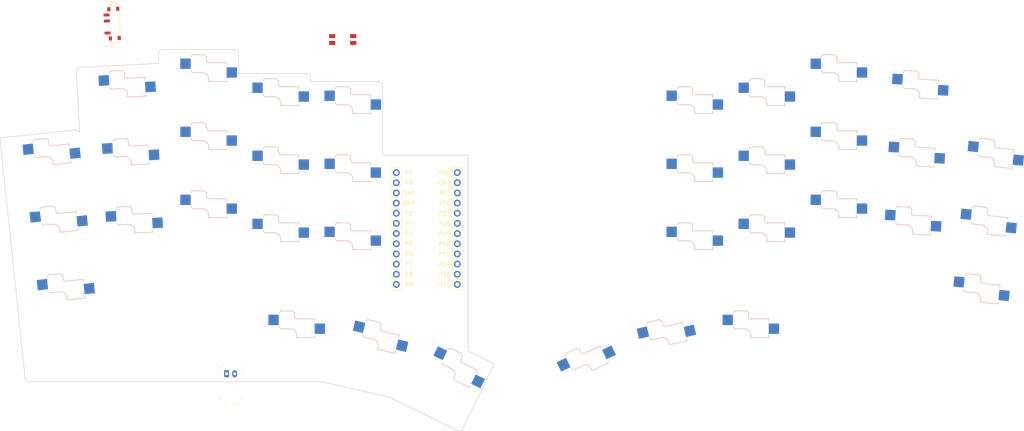
<source format=kicad_pcb>
(kicad_pcb (version 20240108) (generator "ergogen") (generator_version "4.1.0")
  (title_block (title "left") (date "2024-11-19") (rev "v1.0.0") (company "Unknown"))
  (layers (0 "F.Cu" signal) (31 "B.Cu" signal) (34 "B.Paste" user) (35 "F.Paste" user) (36 "B.SilkS" user "B.Silkscreen") (37 "F.SilkS" user "F.Silkscreen") (38 "B.Mask" user) (39 "F.Mask" user) (44 "Edge.Cuts" user))
  (net 0 "")
  (net 1 "matrix_pinky_bottom_from")
  (net 2 "matrix_pinky_bottom_to")
  (net 3 "GND")
  (net 4 "D1")
  (net 5 "D2")
  (net 6 "matrix_pinky_middle_from")
  (net 7 "matrix_pinky_middle_to")
  (net 8 "matrix_pinky_top_from")
  (net 9 "matrix_pinky_top_to")
  (net 10 "matrix_ring_bottom_from")
  (net 11 "matrix_ring_bottom_to")
  (net 12 "matrix_ring_middle_from")
  (net 13 "matrix_ring_middle_to")
  (net 14 "matrix_ring_top_from")
  (net 15 "matrix_ring_top_to")
  (net 16 "matrix_middle_bottom_from")
  (net 17 "matrix_middle_bottom_to")
  (net 18 "matrix_middle_middle_from")
  (net 19 "matrix_middle_middle_to")
  (net 20 "matrix_middle_top_from")
  (net 21 "matrix_middle_top_to")
  (net 22 "matrix_pointer_bottom_from")
  (net 23 "matrix_pointer_bottom_to")
  (net 24 "matrix_pointer_middle_from")
  (net 25 "matrix_pointer_middle_to")
  (net 26 "matrix_pointer_top_from")
  (net 27 "matrix_pointer_top_to")
  (net 28 "matrix_inner_bottom_from")
  (net 29 "matrix_inner_bottom_to")
  (net 30 "matrix_inner_middle_from")
  (net 31 "matrix_inner_middle_to")
  (net 32 "matrix_inner_top_from")
  (net 33 "matrix_inner_top_to")
  (net 34 "thumbs_tucky_cluster_from")
  (net 35 "thumbs_tucky_cluster_to")
  (net 36 "thumbs_middle_cluster_from")
  (net 37 "thumbs_middle_cluster_to")
  (net 38 "thumbs_reachy_cluster_from")
  (net 39 "thumbs_reachy_cluster_to")
  (net 40 "mirror_matrix_pinky_bottom_from")
  (net 41 "mirror_matrix_pinky_bottom_to")
  (net 42 "mirror_matrix_pinky_middle_from")
  (net 43 "mirror_matrix_pinky_middle_to")
  (net 44 "mirror_matrix_pinky_top_from")
  (net 45 "mirror_matrix_pinky_top_to")
  (net 46 "mirror_matrix_ring_bottom_from")
  (net 47 "mirror_matrix_ring_bottom_to")
  (net 48 "mirror_matrix_ring_middle_from")
  (net 49 "mirror_matrix_ring_middle_to")
  (net 50 "mirror_matrix_ring_top_from")
  (net 51 "mirror_matrix_ring_top_to")
  (net 52 "mirror_matrix_middle_bottom_from")
  (net 53 "mirror_matrix_middle_bottom_to")
  (net 54 "mirror_matrix_middle_middle_from")
  (net 55 "mirror_matrix_middle_middle_to")
  (net 56 "mirror_matrix_middle_top_from")
  (net 57 "mirror_matrix_middle_top_to")
  (net 58 "mirror_matrix_pointer_bottom_from")
  (net 59 "mirror_matrix_pointer_bottom_to")
  (net 60 "mirror_matrix_pointer_middle_from")
  (net 61 "mirror_matrix_pointer_middle_to")
  (net 62 "mirror_matrix_pointer_top_from")
  (net 63 "mirror_matrix_pointer_top_to")
  (net 64 "mirror_matrix_inner_bottom_from")
  (net 65 "mirror_matrix_inner_bottom_to")
  (net 66 "mirror_matrix_inner_middle_from")
  (net 67 "mirror_matrix_inner_middle_to")
  (net 68 "mirror_matrix_inner_top_from")
  (net 69 "mirror_matrix_inner_top_to")
  (net 70 "mirror_thumbs_tucky_cluster_from")
  (net 71 "mirror_thumbs_tucky_cluster_to")
  (net 72 "mirror_thumbs_middle_cluster_from")
  (net 73 "mirror_thumbs_middle_cluster_to")
  (net 74 "mirror_thumbs_reachy_cluster_from")
  (net 75 "mirror_thumbs_reachy_cluster_to")
  (net 76 "RAW")
  (net 77 "RST")
  (net 78 "VCC")
  (net 79 "P21")
  (net 80 "P20")
  (net 81 "P19")
  (net 82 "P18")
  (net 83 "P15")
  (net 84 "P14")
  (net 85 "P16")
  (net 86 "P10")
  (net 87 "P1")
  (net 88 "P0")
  (net 89 "P2")
  (net 90 "P3")
  (net 91 "P4")
  (net 92 "P5")
  (net 93 "P6")
  (net 94 "P7")
  (net 95 "P8")
  (net 96 "P9")
  (net 97 "P101")
  (net 98 "P102")
  (net 99 "P107")
  (net 100 "MCU1_24")
  (net 101 "MCU1_1")
  (net 102 "MCU1_23")
  (net 103 "MCU1_2")
  (net 104 "MCU1_22")
  (net 105 "MCU1_3")
  (net 106 "MCU1_21")
  (net 107 "MCU1_4")
  (net 108 "MCU1_20")
  (net 109 "MCU1_5")
  (net 110 "MCU1_19")
  (net 111 "MCU1_6")
  (net 112 "MCU1_18")
  (net 113 "MCU1_7")
  (net 114 "MCU1_17")
  (net 115 "MCU1_8")
  (net 116 "MCU1_16")
  (net 117 "MCU1_9")
  (net 118 "MCU1_15")
  (net 119 "MCU1_10")
  (net 120 "MCU1_14")
  (net 121 "MCU1_11")
  (net 122 "MCU1_13")
  (net 123 "MCU1_12")
  (net 124 "BAT_P")
  (net 125 "JST1_1")
  (net 126 "JST1_2")
  (footprint "ceoloide:switch_choc_v1_v2" (layer "B.Cu") (at 0 0 6)
    (property "Reference" "S1" hide)
    (pad "" np_thru_hole circle (at 0 0 6) (size 3.4 3.4) (drill 3.4) (layers "*.Cu" "*.Mask"))
    (pad "" np_thru_hole circle (at 5.5 0 6) (size 1.9 1.9) (drill 1.9) (layers "*.Cu" "*.Mask"))
    (pad "" np_thru_hole circle (at -5.5 0 6) (size 1.9 1.9) (drill 1.9) (layers "*.Cu" "*.Mask"))
    (pad "" np_thru_hole circle (at 0 -5.95 6) (size 3 3) (drill 3) (layers "*.Cu" "*.Mask"))
    (pad "1" smd rect (at -3.275 -5.95 6) (size 2.6 2.6) (layers "B.Cu" "B.Paste" "B.Mask") (net 1 "matrix_pinky_bottom_from"))
    (pad "2" smd rect (at 8.275 -3.75 6) (size 2.6 2.6) (layers "B.Cu" "B.Paste" "B.Mask") (net 2 "matrix_pinky_bottom_to"))
    (pad "" np_thru_hole circle (at 5 -3.75 201) (size 3 3) (drill 3) (layers "*.Cu" "*.Mask"))
  )
  (footprint "ceoloide:switch_choc_v1_v2" (layer "B.Cu") (at -1.7769839 -16.9068722 6)
    (property "Reference" "S2" hide)
    (pad "" np_thru_hole circle (at 0 0 6) (size 3.4 3.4) (drill 3.4) (layers "*.Cu" "*.Mask"))
    (pad "" np_thru_hole circle (at 5.5 0 6) (size 1.9 1.9) (drill 1.9) (layers "*.Cu" "*.Mask"))
    (pad "" np_thru_hole circle (at -5.5 0 6) (size 1.9 1.9) (drill 1.9) (layers "*.Cu" "*.Mask"))
    (pad "" np_thru_hole circle (at 0 -5.95 6) (size 3 3) (drill 3) (layers "*.Cu" "*.Mask"))
    (pad "1" smd rect (at -3.275 -5.95 6) (size 2.6 2.6) (layers "B.Cu" "B.Paste" "B.Mask") (net 6 "matrix_pinky_middle_from"))
    (pad "2" smd rect (at 8.275 -3.75 6) (size 2.6 2.6) (layers "B.Cu" "B.Paste" "B.Mask") (net 7 "matrix_pinky_middle_to"))
    (pad "" np_thru_hole circle (at 5 -3.75 201) (size 3 3) (drill 3) (layers "*.Cu" "*.Mask"))
  )
  (footprint "ceoloide:switch_choc_v1_v2" (layer "B.Cu") (at -3.5539678 -33.8137444 6)
    (property "Reference" "S3" hide)
    (pad "" np_thru_hole circle (at 0 0 6) (size 3.4 3.4) (drill 3.4) (layers "*.Cu" "*.Mask"))
    (pad "" np_thru_hole circle (at 5.5 0 6) (size 1.9 1.9) (drill 1.9) (layers "*.Cu" "*.Mask"))
    (pad "" np_thru_hole circle (at -5.5 0 6) (size 1.9 1.9) (drill 1.9) (layers "*.Cu" "*.Mask"))
    (pad "" np_thru_hole circle (at 0 -5.95 6) (size 3 3) (drill 3) (layers "*.Cu" "*.Mask"))
    (pad "1" smd rect (at -3.275 -5.95 6) (size 2.6 2.6) (layers "B.Cu" "B.Paste" "B.Mask") (net 8 "matrix_pinky_top_from"))
    (pad "2" smd rect (at 8.275 -3.75 6) (size 2.6 2.6) (layers "B.Cu" "B.Paste" "B.Mask") (net 9 "matrix_pinky_top_to"))
    (pad "" np_thru_hole circle (at 5 -3.75 201) (size 3 3) (drill 3) (layers "*.Cu" "*.Mask"))
  )
  (footprint "ceoloide:switch_choc_v1_v2" (layer "B.Cu") (at 16.8307281 -16.851605 3)
    (property "Reference" "S4" hide)
    (pad "" np_thru_hole circle (at 0 0 3) (size 3.4 3.4) (drill 3.4) (layers "*.Cu" "*.Mask"))
    (pad "" np_thru_hole circle (at 5.5 0 3) (size 1.9 1.9) (drill 1.9) (layers "*.Cu" "*.Mask"))
    (pad "" np_thru_hole circle (at -5.5 0 3) (size 1.9 1.9) (drill 1.9) (layers "*.Cu" "*.Mask"))
    (pad "" np_thru_hole circle (at 0 -5.95 3) (size 3 3) (drill 3) (layers "*.Cu" "*.Mask"))
    (pad "1" smd rect (at -3.275 -5.95 3) (size 2.6 2.6) (layers "B.Cu" "B.Paste" "B.Mask") (net 10 "matrix_ring_bottom_from"))
    (pad "2" smd rect (at 8.275 -3.75 3) (size 2.6 2.6) (layers "B.Cu" "B.Paste" "B.Mask") (net 11 "matrix_ring_bottom_to"))
    (pad "" np_thru_hole circle (at 5 -3.75 198) (size 3 3) (drill 3) (layers "*.Cu" "*.Mask"))
  )
  (footprint "ceoloide:switch_choc_v1_v2" (layer "B.Cu") (at 15.941016800000002 -33.8283071 3)
    (property "Reference" "S5" hide)
    (pad "" np_thru_hole circle (at 0 0 3) (size 3.4 3.4) (drill 3.4) (layers "*.Cu" "*.Mask"))
    (pad "" np_thru_hole circle (at 5.5 0 3) (size 1.9 1.9) (drill 1.9) (layers "*.Cu" "*.Mask"))
    (pad "" np_thru_hole circle (at -5.5 0 3) (size 1.9 1.9) (drill 1.9) (layers "*.Cu" "*.Mask"))
    (pad "" np_thru_hole circle (at 0 -5.95 3) (size 3 3) (drill 3) (layers "*.Cu" "*.Mask"))
    (pad "1" smd rect (at -3.275 -5.95 3) (size 2.6 2.6) (layers "B.Cu" "B.Paste" "B.Mask") (net 12 "matrix_ring_middle_from"))
    (pad "2" smd rect (at 8.275 -3.75 3) (size 2.6 2.6) (layers "B.Cu" "B.Paste" "B.Mask") (net 13 "matrix_ring_middle_to"))
    (pad "" np_thru_hole circle (at 5 -3.75 198) (size 3 3) (drill 3) (layers "*.Cu" "*.Mask"))
  )
  (footprint "ceoloide:switch_choc_v1_v2" (layer "B.Cu") (at 15.051305500000002 -50.8050092 3)
    (property "Reference" "S6" hide)
    (pad "" np_thru_hole circle (at 0 0 3) (size 3.4 3.4) (drill 3.4) (layers "*.Cu" "*.Mask"))
    (pad "" np_thru_hole circle (at 5.5 0 3) (size 1.9 1.9) (drill 1.9) (layers "*.Cu" "*.Mask"))
    (pad "" np_thru_hole circle (at -5.5 0 3) (size 1.9 1.9) (drill 1.9) (layers "*.Cu" "*.Mask"))
    (pad "" np_thru_hole circle (at 0 -5.95 3) (size 3 3) (drill 3) (layers "*.Cu" "*.Mask"))
    (pad "1" smd rect (at -3.275 -5.95 3) (size 2.6 2.6) (layers "B.Cu" "B.Paste" "B.Mask") (net 14 "matrix_ring_top_from"))
    (pad "2" smd rect (at 8.275 -3.75 3) (size 2.6 2.6) (layers "B.Cu" "B.Paste" "B.Mask") (net 15 "matrix_ring_top_to"))
    (pad "" np_thru_hole circle (at 5 -3.75 198) (size 3 3) (drill 3) (layers "*.Cu" "*.Mask"))
  )
  (footprint "ceoloide:switch_choc_v1_v2" (layer "B.Cu") (at 35.1483667 -20.8157088 0)
    (property "Reference" "S7" hide)
    (pad "" np_thru_hole circle (at 0 0 0) (size 3.4 3.4) (drill 3.4) (layers "*.Cu" "*.Mask"))
    (pad "" np_thru_hole circle (at 5.5 0 0) (size 1.9 1.9) (drill 1.9) (layers "*.Cu" "*.Mask"))
    (pad "" np_thru_hole circle (at -5.5 0 0) (size 1.9 1.9) (drill 1.9) (layers "*.Cu" "*.Mask"))
    (pad "" np_thru_hole circle (at 0 -5.95 0) (size 3 3) (drill 3) (layers "*.Cu" "*.Mask"))
    (pad "1" smd rect (at -3.275 -5.95 0) (size 2.6 2.6) (layers "B.Cu" "B.Paste" "B.Mask") (net 16 "matrix_middle_bottom_from"))
    (pad "2" smd rect (at 8.275 -3.75 0) (size 2.6 2.6) (layers "B.Cu" "B.Paste" "B.Mask") (net 17 "matrix_middle_bottom_to"))
    (pad "" np_thru_hole circle (at 5 -3.75 195) (size 3 3) (drill 3) (layers "*.Cu" "*.Mask"))
  )
  (footprint "ceoloide:switch_choc_v1_v2" (layer "B.Cu") (at 35.1483667 -37.815708799999996 0)
    (property "Reference" "S8" hide)
    (pad "" np_thru_hole circle (at 0 0 0) (size 3.4 3.4) (drill 3.4) (layers "*.Cu" "*.Mask"))
    (pad "" np_thru_hole circle (at 5.5 0 0) (size 1.9 1.9) (drill 1.9) (layers "*.Cu" "*.Mask"))
    (pad "" np_thru_hole circle (at -5.5 0 0) (size 1.9 1.9) (drill 1.9) (layers "*.Cu" "*.Mask"))
    (pad "" np_thru_hole circle (at 0 -5.95 0) (size 3 3) (drill 3) (layers "*.Cu" "*.Mask"))
    (pad "1" smd rect (at -3.275 -5.95 0) (size 2.6 2.6) (layers "B.Cu" "B.Paste" "B.Mask") (net 18 "matrix_middle_middle_from"))
    (pad "2" smd rect (at 8.275 -3.75 0) (size 2.6 2.6) (layers "B.Cu" "B.Paste" "B.Mask") (net 19 "matrix_middle_middle_to"))
    (pad "" np_thru_hole circle (at 5 -3.75 195) (size 3 3) (drill 3) (layers "*.Cu" "*.Mask"))
  )
  (footprint "ceoloide:switch_choc_v1_v2" (layer "B.Cu") (at 35.1483667 -54.815708799999996 0)
    (property "Reference" "S9" hide)
    (pad "" np_thru_hole circle (at 0 0 0) (size 3.4 3.4) (drill 3.4) (layers "*.Cu" "*.Mask"))
    (pad "" np_thru_hole circle (at 5.5 0 0) (size 1.9 1.9) (drill 1.9) (layers "*.Cu" "*.Mask"))
    (pad "" np_thru_hole circle (at -5.5 0 0) (size 1.9 1.9) (drill 1.9) (layers "*.Cu" "*.Mask"))
    (pad "" np_thru_hole circle (at 0 -5.95 0) (size 3 3) (drill 3) (layers "*.Cu" "*.Mask"))
    (pad "1" smd rect (at -3.275 -5.95 0) (size 2.6 2.6) (layers "B.Cu" "B.Paste" "B.Mask") (net 20 "matrix_middle_top_from"))
    (pad "2" smd rect (at 8.275 -3.75 0) (size 2.6 2.6) (layers "B.Cu" "B.Paste" "B.Mask") (net 21 "matrix_middle_top_to"))
    (pad "" np_thru_hole circle (at 5 -3.75 195) (size 3 3) (drill 3) (layers "*.Cu" "*.Mask"))
  )
  (footprint "ceoloide:switch_choc_v1_v2" (layer "B.Cu") (at 53.148366599999996 -14.8157088 0)
    (property "Reference" "S10" hide)
    (pad "" np_thru_hole circle (at 0 0 0) (size 3.4 3.4) (drill 3.4) (layers "*.Cu" "*.Mask"))
    (pad "" np_thru_hole circle (at 5.5 0 0) (size 1.9 1.9) (drill 1.9) (layers "*.Cu" "*.Mask"))
    (pad "" np_thru_hole circle (at -5.5 0 0) (size 1.9 1.9) (drill 1.9) (layers "*.Cu" "*.Mask"))
    (pad "" np_thru_hole circle (at 0 -5.95 0) (size 3 3) (drill 3) (layers "*.Cu" "*.Mask"))
    (pad "1" smd rect (at -3.275 -5.95 0) (size 2.6 2.6) (layers "B.Cu" "B.Paste" "B.Mask") (net 22 "matrix_pointer_bottom_from"))
    (pad "2" smd rect (at 8.275 -3.75 0) (size 2.6 2.6) (layers "B.Cu" "B.Paste" "B.Mask") (net 23 "matrix_pointer_bottom_to"))
    (pad "" np_thru_hole circle (at 5 -3.75 195) (size 3 3) (drill 3) (layers "*.Cu" "*.Mask"))
  )
  (footprint "ceoloide:switch_choc_v1_v2" (layer "B.Cu") (at 53.148366599999996 -31.8157088 0)
    (property "Reference" "S11" hide)
    (pad "" np_thru_hole circle (at 0 0 0) (size 3.4 3.4) (drill 3.4) (layers "*.Cu" "*.Mask"))
    (pad "" np_thru_hole circle (at 5.5 0 0) (size 1.9 1.9) (drill 1.9) (layers "*.Cu" "*.Mask"))
    (pad "" np_thru_hole circle (at -5.5 0 0) (size 1.9 1.9) (drill 1.9) (layers "*.Cu" "*.Mask"))
    (pad "" np_thru_hole circle (at 0 -5.95 0) (size 3 3) (drill 3) (layers "*.Cu" "*.Mask"))
    (pad "1" smd rect (at -3.275 -5.95 0) (size 2.6 2.6) (layers "B.Cu" "B.Paste" "B.Mask") (net 24 "matrix_pointer_middle_from"))
    (pad "2" smd rect (at 8.275 -3.75 0) (size 2.6 2.6) (layers "B.Cu" "B.Paste" "B.Mask") (net 25 "matrix_pointer_middle_to"))
    (pad "" np_thru_hole circle (at 5 -3.75 195) (size 3 3) (drill 3) (layers "*.Cu" "*.Mask"))
  )
  (footprint "ceoloide:switch_choc_v1_v2" (layer "B.Cu") (at 53.148366599999996 -48.815708799999996 0)
    (property "Reference" "S12" hide)
    (pad "" np_thru_hole circle (at 0 0 0) (size 3.4 3.4) (drill 3.4) (layers "*.Cu" "*.Mask"))
    (pad "" np_thru_hole circle (at 5.5 0 0) (size 1.9 1.9) (drill 1.9) (layers "*.Cu" "*.Mask"))
    (pad "" np_thru_hole circle (at -5.5 0 0) (size 1.9 1.9) (drill 1.9) (layers "*.Cu" "*.Mask"))
    (pad "" np_thru_hole circle (at 0 -5.95 0) (size 3 3) (drill 3) (layers "*.Cu" "*.Mask"))
    (pad "1" smd rect (at -3.275 -5.95 0) (size 2.6 2.6) (layers "B.Cu" "B.Paste" "B.Mask") (net 26 "matrix_pointer_top_from"))
    (pad "2" smd rect (at 8.275 -3.75 0) (size 2.6 2.6) (layers "B.Cu" "B.Paste" "B.Mask") (net 27 "matrix_pointer_top_to"))
    (pad "" np_thru_hole circle (at 5 -3.75 195) (size 3 3) (drill 3) (layers "*.Cu" "*.Mask"))
  )
  (footprint "ceoloide:switch_choc_v1_v2" (layer "B.Cu") (at 71.1483666 -12.8157089 0)
    (property "Reference" "S13" hide)
    (pad "" np_thru_hole circle (at 0 0 0) (size 3.4 3.4) (drill 3.4) (layers "*.Cu" "*.Mask"))
    (pad "" np_thru_hole circle (at 5.5 0 0) (size 1.9 1.9) (drill 1.9) (layers "*.Cu" "*.Mask"))
    (pad "" np_thru_hole circle (at -5.5 0 0) (size 1.9 1.9) (drill 1.9) (layers "*.Cu" "*.Mask"))
    (pad "" np_thru_hole circle (at 0 -5.95 0) (size 3 3) (drill 3) (layers "*.Cu" "*.Mask"))
    (pad "1" smd rect (at -3.275 -5.95 0) (size 2.6 2.6) (layers "B.Cu" "B.Paste" "B.Mask") (net 28 "matrix_inner_bottom_from"))
    (pad "2" smd rect (at 8.275 -3.75 0) (size 2.6 2.6) (layers "B.Cu" "B.Paste" "B.Mask") (net 29 "matrix_inner_bottom_to"))
    (pad "" np_thru_hole circle (at 5 -3.75 195) (size 3 3) (drill 3) (layers "*.Cu" "*.Mask"))
  )
  (footprint "ceoloide:switch_choc_v1_v2" (layer "B.Cu") (at 71.1483666 -29.8157089 0)
    (property "Reference" "S14" hide)
    (pad "" np_thru_hole circle (at 0 0 0) (size 3.4 3.4) (drill 3.4) (layers "*.Cu" "*.Mask"))
    (pad "" np_thru_hole circle (at 5.5 0 0) (size 1.9 1.9) (drill 1.9) (layers "*.Cu" "*.Mask"))
    (pad "" np_thru_hole circle (at -5.5 0 0) (size 1.9 1.9) (drill 1.9) (layers "*.Cu" "*.Mask"))
    (pad "" np_thru_hole circle (at 0 -5.95 0) (size 3 3) (drill 3) (layers "*.Cu" "*.Mask"))
    (pad "1" smd rect (at -3.275 -5.95 0) (size 2.6 2.6) (layers "B.Cu" "B.Paste" "B.Mask") (net 30 "matrix_inner_middle_from"))
    (pad "2" smd rect (at 8.275 -3.75 0) (size 2.6 2.6) (layers "B.Cu" "B.Paste" "B.Mask") (net 31 "matrix_inner_middle_to"))
    (pad "" np_thru_hole circle (at 5 -3.75 195) (size 3 3) (drill 3) (layers "*.Cu" "*.Mask"))
  )
  (footprint "ceoloide:switch_choc_v1_v2" (layer "B.Cu") (at 71.1483666 -46.815708900000004 0)
    (property "Reference" "S15" hide)
    (pad "" np_thru_hole circle (at 0 0 0) (size 3.4 3.4) (drill 3.4) (layers "*.Cu" "*.Mask"))
    (pad "" np_thru_hole circle (at 5.5 0 0) (size 1.9 1.9) (drill 1.9) (layers "*.Cu" "*.Mask"))
    (pad "" np_thru_hole circle (at -5.5 0 0) (size 1.9 1.9) (drill 1.9) (layers "*.Cu" "*.Mask"))
    (pad "" np_thru_hole circle (at 0 -5.95 0) (size 3 3) (drill 3) (layers "*.Cu" "*.Mask"))
    (pad "1" smd rect (at -3.275 -5.95 0) (size 2.6 2.6) (layers "B.Cu" "B.Paste" "B.Mask") (net 32 "matrix_inner_top_from"))
    (pad "2" smd rect (at 8.275 -3.75 0) (size 2.6 2.6) (layers "B.Cu" "B.Paste" "B.Mask") (net 33 "matrix_inner_top_to"))
    (pad "" np_thru_hole circle (at 5 -3.75 195) (size 3 3) (drill 3) (layers "*.Cu" "*.Mask"))
  )
  (footprint "ceoloide:switch_choc_v1_v2" (layer "B.Cu") (at 57.148366599999996 9.1842912 0)
    (property "Reference" "S16" hide)
    (pad "" np_thru_hole circle (at 0 0 0) (size 3.4 3.4) (drill 3.4) (layers "*.Cu" "*.Mask"))
    (pad "" np_thru_hole circle (at 5.5 0 0) (size 1.9 1.9) (drill 1.9) (layers "*.Cu" "*.Mask"))
    (pad "" np_thru_hole circle (at -5.5 0 0) (size 1.9 1.9) (drill 1.9) (layers "*.Cu" "*.Mask"))
    (pad "" np_thru_hole circle (at 0 -5.95 0) (size 3 3) (drill 3) (layers "*.Cu" "*.Mask"))
    (pad "1" smd rect (at -3.275 -5.95 0) (size 2.6 2.6) (layers "B.Cu" "B.Paste" "B.Mask") (net 34 "thumbs_tucky_cluster_from"))
    (pad "2" smd rect (at 8.275 -3.75 0) (size 2.6 2.6) (layers "B.Cu" "B.Paste" "B.Mask") (net 35 "thumbs_tucky_cluster_to"))
    (pad "" np_thru_hole circle (at 5 -3.75 195) (size 3 3) (drill 3) (layers "*.Cu" "*.Mask"))
  )
  (footprint "ceoloide:switch_choc_v1_v2" (layer "B.Cu") (at 77.0819429 11.478039800000001 -13)
    (property "Reference" "S17" hide)
    (pad "" np_thru_hole circle (at 0 0 -13) (size 3.4 3.4) (drill 3.4) (layers "*.Cu" "*.Mask"))
    (pad "" np_thru_hole circle (at 5.5 0 -13) (size 1.9 1.9) (drill 1.9) (layers "*.Cu" "*.Mask"))
    (pad "" np_thru_hole circle (at -5.5 0 -13) (size 1.9 1.9) (drill 1.9) (layers "*.Cu" "*.Mask"))
    (pad "" np_thru_hole circle (at 0 -5.95 -13) (size 3 3) (drill 3) (layers "*.Cu" "*.Mask"))
    (pad "1" smd rect (at -3.275 -5.95 -13) (size 2.6 2.6) (layers "B.Cu" "B.Paste" "B.Mask") (net 36 "thumbs_middle_cluster_from"))
    (pad "2" smd rect (at 8.275 -3.75 -13) (size 2.6 2.6) (layers "B.Cu" "B.Paste" "B.Mask") (net 37 "thumbs_middle_cluster_to"))
    (pad "" np_thru_hole circle (at 5 -3.75 182) (size 3 3) (drill 3) (layers "*.Cu" "*.Mask"))
  )
  (footprint "ceoloide:switch_choc_v1_v2" (layer "B.Cu") (at 95.8680898 18.345244 -26)
    (property "Reference" "S18" hide)
    (pad "" np_thru_hole circle (at 0 0 -26) (size 3.4 3.4) (drill 3.4) (layers "*.Cu" "*.Mask"))
    (pad "" np_thru_hole circle (at 5.5 0 -26) (size 1.9 1.9) (drill 1.9) (layers "*.Cu" "*.Mask"))
    (pad "" np_thru_hole circle (at -5.5 0 -26) (size 1.9 1.9) (drill 1.9) (layers "*.Cu" "*.Mask"))
    (pad "" np_thru_hole circle (at 0 -5.95 -26) (size 3 3) (drill 3) (layers "*.Cu" "*.Mask"))
    (pad "1" smd rect (at -3.275 -5.95 -26) (size 2.6 2.6) (layers "B.Cu" "B.Paste" "B.Mask") (net 38 "thumbs_reachy_cluster_from"))
    (pad "2" smd rect (at 8.275 -3.75 -26) (size 2.6 2.6) (layers "B.Cu" "B.Paste" "B.Mask") (net 39 "thumbs_reachy_cluster_to"))
    (pad "" np_thru_hole circle (at 5 -3.75 169) (size 3 3) (drill 3) (layers "*.Cu" "*.Mask"))
  )
  (footprint "ceoloide:switch_choc_v1_v2" (layer "B.Cu") (at 227.7361796 0 -6)
    (property "Reference" "S19" hide)
    (pad "" np_thru_hole circle (at 0 0 -6) (size 3.4 3.4) (drill 3.4) (layers "*.Cu" "*.Mask"))
    (pad "" np_thru_hole circle (at 5.5 0 -6) (size 1.9 1.9) (drill 1.9) (layers "*.Cu" "*.Mask"))
    (pad "" np_thru_hole circle (at -5.5 0 -6) (size 1.9 1.9) (drill 1.9) (layers "*.Cu" "*.Mask"))
    (pad "" np_thru_hole circle (at 0 -5.95 -6) (size 3 3) (drill 3) (layers "*.Cu" "*.Mask"))
    (pad "1" smd rect (at -3.275 -5.95 -6) (size 2.6 2.6) (layers "B.Cu" "B.Paste" "B.Mask") (net 40 "mirror_matrix_pinky_bottom_from"))
    (pad "2" smd rect (at 8.275 -3.75 -6) (size 2.6 2.6) (layers "B.Cu" "B.Paste" "B.Mask") (net 41 "mirror_matrix_pinky_bottom_to"))
    (pad "" np_thru_hole circle (at 5 -3.75 189) (size 3 3) (drill 3) (layers "*.Cu" "*.Mask"))
  )
  (footprint "ceoloide:switch_choc_v1_v2" (layer "B.Cu") (at 229.51316350000002 -16.9068722 -6)
    (property "Reference" "S20" hide)
    (pad "" np_thru_hole circle (at 0 0 -6) (size 3.4 3.4) (drill 3.4) (layers "*.Cu" "*.Mask"))
    (pad "" np_thru_hole circle (at 5.5 0 -6) (size 1.9 1.9) (drill 1.9) (layers "*.Cu" "*.Mask"))
    (pad "" np_thru_hole circle (at -5.5 0 -6) (size 1.9 1.9) (drill 1.9) (layers "*.Cu" "*.Mask"))
    (pad "" np_thru_hole circle (at 0 -5.95 -6) (size 3 3) (drill 3) (layers "*.Cu" "*.Mask"))
    (pad "1" smd rect (at -3.275 -5.95 -6) (size 2.6 2.6) (layers "B.Cu" "B.Paste" "B.Mask") (net 42 "mirror_matrix_pinky_middle_from"))
    (pad "2" smd rect (at 8.275 -3.75 -6) (size 2.6 2.6) (layers "B.Cu" "B.Paste" "B.Mask") (net 43 "mirror_matrix_pinky_middle_to"))
    (pad "" np_thru_hole circle (at 5 -3.75 189) (size 3 3) (drill 3) (layers "*.Cu" "*.Mask"))
  )
  (footprint "ceoloide:switch_choc_v1_v2" (layer "B.Cu") (at 231.29014740000002 -33.8137444 -6)
    (property "Reference" "S21" hide)
    (pad "" np_thru_hole circle (at 0 0 -6) (size 3.4 3.4) (drill 3.4) (layers "*.Cu" "*.Mask"))
    (pad "" np_thru_hole circle (at 5.5 0 -6) (size 1.9 1.9) (drill 1.9) (layers "*.Cu" "*.Mask"))
    (pad "" np_thru_hole circle (at -5.5 0 -6) (size 1.9 1.9) (drill 1.9) (layers "*.Cu" "*.Mask"))
    (pad "" np_thru_hole circle (at 0 -5.95 -6) (size 3 3) (drill 3) (layers "*.Cu" "*.Mask"))
    (pad "1" smd rect (at -3.275 -5.95 -6) (size 2.6 2.6) (layers "B.Cu" "B.Paste" "B.Mask") (net 44 "mirror_matrix_pinky_top_from"))
    (pad "2" smd rect (at 8.275 -3.75 -6) (size 2.6 2.6) (layers "B.Cu" "B.Paste" "B.Mask") (net 45 "mirror_matrix_pinky_top_to"))
    (pad "" np_thru_hole circle (at 5 -3.75 189) (size 3 3) (drill 3) (layers "*.Cu" "*.Mask"))
  )
  (footprint "ceoloide:switch_choc_v1_v2" (layer "B.Cu") (at 210.90545150000003 -16.851605 -3)
    (property "Reference" "S22" hide)
    (pad "" np_thru_hole circle (at 0 0 -3) (size 3.4 3.4) (drill 3.4) (layers "*.Cu" "*.Mask"))
    (pad "" np_thru_hole circle (at 5.5 0 -3) (size 1.9 1.9) (drill 1.9) (layers "*.Cu" "*.Mask"))
    (pad "" np_thru_hole circle (at -5.5 0 -3) (size 1.9 1.9) (drill 1.9) (layers "*.Cu" "*.Mask"))
    (pad "" np_thru_hole circle (at 0 -5.95 -3) (size 3 3) (drill 3) (layers "*.Cu" "*.Mask"))
    (pad "1" smd rect (at -3.275 -5.95 -3) (size 2.6 2.6) (layers "B.Cu" "B.Paste" "B.Mask") (net 46 "mirror_matrix_ring_bottom_from"))
    (pad "2" smd rect (at 8.275 -3.75 -3) (size 2.6 2.6) (layers "B.Cu" "B.Paste" "B.Mask") (net 47 "mirror_matrix_ring_bottom_to"))
    (pad "" np_thru_hole circle (at 5 -3.75 192) (size 3 3) (drill 3) (layers "*.Cu" "*.Mask"))
  )
  (footprint "ceoloide:switch_choc_v1_v2" (layer "B.Cu") (at 211.7951628 -33.8283071 -3)
    (property "Reference" "S23" hide)
    (pad "" np_thru_hole circle (at 0 0 -3) (size 3.4 3.4) (drill 3.4) (layers "*.Cu" "*.Mask"))
    (pad "" np_thru_hole circle (at 5.5 0 -3) (size 1.9 1.9) (drill 1.9) (layers "*.Cu" "*.Mask"))
    (pad "" np_thru_hole circle (at -5.5 0 -3) (size 1.9 1.9) (drill 1.9) (layers "*.Cu" "*.Mask"))
    (pad "" np_thru_hole circle (at 0 -5.95 -3) (size 3 3) (drill 3) (layers "*.Cu" "*.Mask"))
    (pad "1" smd rect (at -3.275 -5.95 -3) (size 2.6 2.6) (layers "B.Cu" "B.Paste" "B.Mask") (net 48 "mirror_matrix_ring_middle_from"))
    (pad "2" smd rect (at 8.275 -3.75 -3) (size 2.6 2.6) (layers "B.Cu" "B.Paste" "B.Mask") (net 49 "mirror_matrix_ring_middle_to"))
    (pad "" np_thru_hole circle (at 5 -3.75 192) (size 3 3) (drill 3) (layers "*.Cu" "*.Mask"))
  )
  (footprint "ceoloide:switch_choc_v1_v2" (layer "B.Cu") (at 212.6848741 -50.8050092 -3)
    (property "Reference" "S24" hide)
    (pad "" np_thru_hole circle (at 0 0 -3) (size 3.4 3.4) (drill 3.4) (layers "*.Cu" "*.Mask"))
    (pad "" np_thru_hole circle (at 5.5 0 -3) (size 1.9 1.9) (drill 1.9) (layers "*.Cu" "*.Mask"))
    (pad "" np_thru_hole circle (at -5.5 0 -3) (size 1.9 1.9) (drill 1.9) (layers "*.Cu" "*.Mask"))
    (pad "" np_thru_hole circle (at 0 -5.95 -3) (size 3 3) (drill 3) (layers "*.Cu" "*.Mask"))
    (pad "1" smd rect (at -3.275 -5.95 -3) (size 2.6 2.6) (layers "B.Cu" "B.Paste" "B.Mask") (net 50 "mirror_matrix_ring_top_from"))
    (pad "2" smd rect (at 8.275 -3.75 -3) (size 2.6 2.6) (layers "B.Cu" "B.Paste" "B.Mask") (net 51 "mirror_matrix_ring_top_to"))
    (pad "" np_thru_hole circle (at 5 -3.75 192) (size 3 3) (drill 3) (layers "*.Cu" "*.Mask"))
  )
  (footprint "ceoloide:switch_choc_v1_v2" (layer "B.Cu") (at 192.58781290000002 -20.8157088 0)
    (property "Reference" "S25" hide)
    (pad "" np_thru_hole circle (at 0 0 0) (size 3.4 3.4) (drill 3.4) (layers "*.Cu" "*.Mask"))
    (pad "" np_thru_hole circle (at 5.5 0 0) (size 1.9 1.9) (drill 1.9) (layers "*.Cu" "*.Mask"))
    (pad "" np_thru_hole circle (at -5.5 0 0) (size 1.9 1.9) (drill 1.9) (layers "*.Cu" "*.Mask"))
    (pad "" np_thru_hole circle (at 0 -5.95 0) (size 3 3) (drill 3) (layers "*.Cu" "*.Mask"))
    (pad "1" smd rect (at -3.275 -5.95 0) (size 2.6 2.6) (layers "B.Cu" "B.Paste" "B.Mask") (net 52 "mirror_matrix_middle_bottom_from"))
    (pad "2" smd rect (at 8.275 -3.75 0) (size 2.6 2.6) (layers "B.Cu" "B.Paste" "B.Mask") (net 53 "mirror_matrix_middle_bottom_to"))
    (pad "" np_thru_hole circle (at 5 -3.75 195) (size 3 3) (drill 3) (layers "*.Cu" "*.Mask"))
  )
  (footprint "ceoloide:switch_choc_v1_v2" (layer "B.Cu") (at 192.58781290000002 -37.815708799999996 0)
    (property "Reference" "S26" hide)
    (pad "" np_thru_hole circle (at 0 0 0) (size 3.4 3.4) (drill 3.4) (layers "*.Cu" "*.Mask"))
    (pad "" np_thru_hole circle (at 5.5 0 0) (size 1.9 1.9) (drill 1.9) (layers "*.Cu" "*.Mask"))
    (pad "" np_thru_hole circle (at -5.5 0 0) (size 1.9 1.9) (drill 1.9) (layers "*.Cu" "*.Mask"))
    (pad "" np_thru_hole circle (at 0 -5.95 0) (size 3 3) (drill 3) (layers "*.Cu" "*.Mask"))
    (pad "1" smd rect (at -3.275 -5.95 0) (size 2.6 2.6) (layers "B.Cu" "B.Paste" "B.Mask") (net 54 "mirror_matrix_middle_middle_from"))
    (pad "2" smd rect (at 8.275 -3.75 0) (size 2.6 2.6) (layers "B.Cu" "B.Paste" "B.Mask") (net 55 "mirror_matrix_middle_middle_to"))
    (pad "" np_thru_hole circle (at 5 -3.75 195) (size 3 3) (drill 3) (layers "*.Cu" "*.Mask"))
  )
  (footprint "ceoloide:switch_choc_v1_v2" (layer "B.Cu") (at 192.58781290000002 -54.815708799999996 0)
    (property "Reference" "S27" hide)
    (pad "" np_thru_hole circle (at 0 0 0) (size 3.4 3.4) (drill 3.4) (layers "*.Cu" "*.Mask"))
    (pad "" np_thru_hole circle (at 5.5 0 0) (size 1.9 1.9) (drill 1.9) (layers "*.Cu" "*.Mask"))
    (pad "" np_thru_hole circle (at -5.5 0 0) (size 1.9 1.9) (drill 1.9) (layers "*.Cu" "*.Mask"))
    (pad "" np_thru_hole circle (at 0 -5.95 0) (size 3 3) (drill 3) (layers "*.Cu" "*.Mask"))
    (pad "1" smd rect (at -3.275 -5.95 0) (size 2.6 2.6) (layers "B.Cu" "B.Paste" "B.Mask") (net 56 "mirror_matrix_middle_top_from"))
    (pad "2" smd rect (at 8.275 -3.75 0) (size 2.6 2.6) (layers "B.Cu" "B.Paste" "B.Mask") (net 57 "mirror_matrix_middle_top_to"))
    (pad "" np_thru_hole circle (at 5 -3.75 195) (size 3 3) (drill 3) (layers "*.Cu" "*.Mask"))
  )
  (footprint "ceoloide:switch_choc_v1_v2" (layer "B.Cu") (at 174.587813 -14.8157088 0)
    (property "Reference" "S28" hide)
    (pad "" np_thru_hole circle (at 0 0 0) (size 3.4 3.4) (drill 3.4) (layers "*.Cu" "*.Mask"))
    (pad "" np_thru_hole circle (at 5.5 0 0) (size 1.9 1.9) (drill 1.9) (layers "*.Cu" "*.Mask"))
    (pad "" np_thru_hole circle (at -5.5 0 0) (size 1.9 1.9) (drill 1.9) (layers "*.Cu" "*.Mask"))
    (pad "" np_thru_hole circle (at 0 -5.95 0) (size 3 3) (drill 3) (layers "*.Cu" "*.Mask"))
    (pad "1" smd rect (at -3.275 -5.95 0) (size 2.6 2.6) (layers "B.Cu" "B.Paste" "B.Mask") (net 58 "mirror_matrix_pointer_bottom_from"))
    (pad "2" smd rect (at 8.275 -3.75 0) (size 2.6 2.6) (layers "B.Cu" "B.Paste" "B.Mask") (net 59 "mirror_matrix_pointer_bottom_to"))
    (pad "" np_thru_hole circle (at 5 -3.75 195) (size 3 3) (drill 3) (layers "*.Cu" "*.Mask"))
  )
  (footprint "ceoloide:switch_choc_v1_v2" (layer "B.Cu") (at 174.587813 -31.8157088 0)
    (property "Reference" "S29" hide)
    (pad "" np_thru_hole circle (at 0 0 0) (size 3.4 3.4) (drill 3.4) (layers "*.Cu" "*.Mask"))
    (pad "" np_thru_hole circle (at 5.5 0 0) (size 1.9 1.9) (drill 1.9) (layers "*.Cu" "*.Mask"))
    (pad "" np_thru_hole circle (at -5.5 0 0) (size 1.9 1.9) (drill 1.9) (layers "*.Cu" "*.Mask"))
    (pad "" np_thru_hole circle (at 0 -5.95 0) (size 3 3) (drill 3) (layers "*.Cu" "*.Mask"))
    (pad "1" smd rect (at -3.275 -5.95 0) (size 2.6 2.6) (layers "B.Cu" "B.Paste" "B.Mask") (net 60 "mirror_matrix_pointer_middle_from"))
    (pad "2" smd rect (at 8.275 -3.75 0) (size 2.6 2.6) (layers "B.Cu" "B.Paste" "B.Mask") (net 61 "mirror_matrix_pointer_middle_to"))
    (pad "" np_thru_hole circle (at 5 -3.75 195) (size 3 3) (drill 3) (layers "*.Cu" "*.Mask"))
  )
  (footprint "ceoloide:switch_choc_v1_v2" (layer "B.Cu") (at 174.587813 -48.815708799999996 0)
    (property "Reference" "S30" hide)
    (pad "" np_thru_hole circle (at 0 0 0) (size 3.4 3.4) (drill 3.4) (layers "*.Cu" "*.Mask"))
    (pad "" np_thru_hole circle (at 5.5 0 0) (size 1.9 1.9) (drill 1.9) (layers "*.Cu" "*.Mask"))
    (pad "" np_thru_hole circle (at -5.5 0 0) (size 1.9 1.9) (drill 1.9) (layers "*.Cu" "*.Mask"))
    (pad "" np_thru_hole circle (at 0 -5.95 0) (size 3 3) (drill 3) (layers "*.Cu" "*.Mask"))
    (pad "1" smd rect (at -3.275 -5.95 0) (size 2.6 2.6) (layers "B.Cu" "B.Paste" "B.Mask") (net 62 "mirror_matrix_pointer_top_from"))
    (pad "2" smd rect (at 8.275 -3.75 0) (size 2.6 2.6) (layers "B.Cu" "B.Paste" "B.Mask") (net 63 "mirror_matrix_pointer_top_to"))
    (pad "" np_thru_hole circle (at 5 -3.75 195) (size 3 3) (drill 3) (layers "*.Cu" "*.Mask"))
  )
  (footprint "ceoloide:switch_choc_v1_v2" (layer "B.Cu") (at 156.587813 -12.8157089 0)
    (property "Reference" "S31" hide)
    (pad "" np_thru_hole circle (at 0 0 0) (size 3.4 3.4) (drill 3.4) (layers "*.Cu" "*.Mask"))
    (pad "" np_thru_hole circle (at 5.5 0 0) (size 1.9 1.9) (drill 1.9) (layers "*.Cu" "*.Mask"))
    (pad "" np_thru_hole circle (at -5.5 0 0) (size 1.9 1.9) (drill 1.9) (layers "*.Cu" "*.Mask"))
    (pad "" np_thru_hole circle (at 0 -5.95 0) (size 3 3) (drill 3) (layers "*.Cu" "*.Mask"))
    (pad "1" smd rect (at -3.275 -5.95 0) (size 2.6 2.6) (layers "B.Cu" "B.Paste" "B.Mask") (net 64 "mirror_matrix_inner_bottom_from"))
    (pad "2" smd rect (at 8.275 -3.75 0) (size 2.6 2.6) (layers "B.Cu" "B.Paste" "B.Mask") (net 65 "mirror_matrix_inner_bottom_to"))
    (pad "" np_thru_hole circle (at 5 -3.75 195) (size 3 3) (drill 3) (layers "*.Cu" "*.Mask"))
  )
  (footprint "ceoloide:switch_choc_v1_v2" (layer "B.Cu") (at 156.587813 -29.8157089 0)
    (property "Reference" "S32" hide)
    (pad "" np_thru_hole circle (at 0 0 0) (size 3.4 3.4) (drill 3.4) (layers "*.Cu" "*.Mask"))
    (pad "" np_thru_hole circle (at 5.5 0 0) (size 1.9 1.9) (drill 1.9) (layers "*.Cu" "*.Mask"))
    (pad "" np_thru_hole circle (at -5.5 0 0) (size 1.9 1.9) (drill 1.9) (layers "*.Cu" "*.Mask"))
    (pad "" np_thru_hole circle (at 0 -5.95 0) (size 3 3) (drill 3) (layers "*.Cu" "*.Mask"))
    (pad "1" smd rect (at -3.275 -5.95 0) (size 2.6 2.6) (layers "B.Cu" "B.Paste" "B.Mask") (net 66 "mirror_matrix_inner_middle_from"))
    (pad "2" smd rect (at 8.275 -3.75 0) (size 2.6 2.6) (layers "B.Cu" "B.Paste" "B.Mask") (net 67 "mirror_matrix_inner_middle_to"))
    (pad "" np_thru_hole circle (at 5 -3.75 195) (size 3 3) (drill 3) (layers "*.Cu" "*.Mask"))
  )
  (footprint "ceoloide:switch_choc_v1_v2" (layer "B.Cu") (at 156.587813 -46.815708900000004 0)
    (property "Reference" "S33" hide)
    (pad "" np_thru_hole circle (at 0 0 0) (size 3.4 3.4) (drill 3.4) (layers "*.Cu" "*.Mask"))
    (pad "" np_thru_hole circle (at 5.5 0 0) (size 1.9 1.9) (drill 1.9) (layers "*.Cu" "*.Mask"))
    (pad "" np_thru_hole circle (at -5.5 0 0) (size 1.9 1.9) (drill 1.9) (layers "*.Cu" "*.Mask"))
    (pad "" np_thru_hole circle (at 0 -5.95 0) (size 3 3) (drill 3) (layers "*.Cu" "*.Mask"))
    (pad "1" smd rect (at -3.275 -5.95 0) (size 2.6 2.6) (layers "B.Cu" "B.Paste" "B.Mask") (net 68 "mirror_matrix_inner_top_from"))
    (pad "2" smd rect (at 8.275 -3.75 0) (size 2.6 2.6) (layers "B.Cu" "B.Paste" "B.Mask") (net 69 "mirror_matrix_inner_top_to"))
    (pad "" np_thru_hole circle (at 5 -3.75 195) (size 3 3) (drill 3) (layers "*.Cu" "*.Mask"))
  )
  (footprint "ceoloide:switch_choc_v1_v2" (layer "B.Cu") (at 170.587813 9.1842912 0)
    (property "Reference" "S34" hide)
    (pad "" np_thru_hole circle (at 0 0 0) (size 3.4 3.4) (drill 3.4) (layers "*.Cu" "*.Mask"))
    (pad "" np_thru_hole circle (at 5.5 0 0) (size 1.9 1.9) (drill 1.9) (layers "*.Cu" "*.Mask"))
    (pad "" np_thru_hole circle (at -5.5 0 0) (size 1.9 1.9) (drill 1.9) (layers "*.Cu" "*.Mask"))
    (pad "" np_thru_hole circle (at 0 -5.95 0) (size 3 3) (drill 3) (layers "*.Cu" "*.Mask"))
    (pad "1" smd rect (at -3.275 -5.95 0) (size 2.6 2.6) (layers "B.Cu" "B.Paste" "B.Mask") (net 70 "mirror_thumbs_tucky_cluster_from"))
    (pad "2" smd rect (at 8.275 -3.75 0) (size 2.6 2.6) (layers "B.Cu" "B.Paste" "B.Mask") (net 71 "mirror_thumbs_tucky_cluster_to"))
    (pad "" np_thru_hole circle (at 5 -3.75 195) (size 3 3) (drill 3) (layers "*.Cu" "*.Mask"))
  )
  (footprint "ceoloide:switch_choc_v1_v2" (layer "B.Cu") (at 150.6542367 11.478039800000001 13)
    (property "Reference" "S35" hide)
    (pad "" np_thru_hole circle (at 0 0 13) (size 3.4 3.4) (drill 3.4) (layers "*.Cu" "*.Mask"))
    (pad "" np_thru_hole circle (at 5.5 0 13) (size 1.9 1.9) (drill 1.9) (layers "*.Cu" "*.Mask"))
    (pad "" np_thru_hole circle (at -5.5 0 13) (size 1.9 1.9) (drill 1.9) (layers "*.Cu" "*.Mask"))
    (pad "" np_thru_hole circle (at 0 -5.95 13) (size 3 3) (drill 3) (layers "*.Cu" "*.Mask"))
    (pad "1" smd rect (at -3.275 -5.95 13) (size 2.6 2.6) (layers "B.Cu" "B.Paste" "B.Mask") (net 72 "mirror_thumbs_middle_cluster_from"))
    (pad "2" smd rect (at 8.275 -3.75 13) (size 2.6 2.6) (layers "B.Cu" "B.Paste" "B.Mask") (net 73 "mirror_thumbs_middle_cluster_to"))
    (pad "" np_thru_hole circle (at 5 -3.75 208) (size 3 3) (drill 3) (layers "*.Cu" "*.Mask"))
  )
  (footprint "ceoloide:switch_choc_v1_v2" (layer "B.Cu") (at 131.8680898 18.345244 26)
    (property "Reference" "S36" hide)
    (pad "" np_thru_hole circle (at 0 0 26) (size 3.4 3.4) (drill 3.4) (layers "*.Cu" "*.Mask"))
    (pad "" np_thru_hole circle (at 5.5 0 26) (size 1.9 1.9) (drill 1.9) (layers "*.Cu" "*.Mask"))
    (pad "" np_thru_hole circle (at -5.5 0 26) (size 1.9 1.9) (drill 1.9) (layers "*.Cu" "*.Mask"))
    (pad "" np_thru_hole circle (at 0 -5.95 26) (size 3 3) (drill 3) (layers "*.Cu" "*.Mask"))
    (pad "1" smd rect (at -3.275 -5.95 26) (size 2.6 2.6) (layers "B.Cu" "B.Paste" "B.Mask") (net 74 "mirror_thumbs_reachy_cluster_from"))
    (pad "2" smd rect (at 8.275 -3.75 26) (size 2.6 2.6) (layers "B.Cu" "B.Paste" "B.Mask") (net 75 "mirror_thumbs_reachy_cluster_to"))
    (pad "" np_thru_hole circle (at 5 -3.75 221) (size 3 3) (drill 3) (layers "*.Cu" "*.Mask"))
  )
  (footprint "ceoloide:mcu_nice_nano" (layer "F.Cu") (at 92.1483666 -20.8657089 0)
    (property "Reference" "MCU1" hide)
    (pad "24" thru_hole circle (at -7.62 -12.7 0) (size 1.7 1.7) (drill 1) (layers "*.Cu" "*.Mask") (net 87 "P1"))
    (pad "1" thru_hole circle (at 7.62 -12.7 0) (size 1.7 1.7) (drill 1) (layers "*.Cu" "*.Mask") (net 76 "RAW"))
    (fp_text user "P1" (at -4.47 -12.7 0) (layer "F.SilkS"))
    (fp_text user "RAW" (at 4.47 -12.7 0) (layer "F.SilkS"))
    (pad "23" thru_hole circle (at -7.62 -10.16 0) (size 1.7 1.7) (drill 1) (layers "*.Cu" "*.Mask") (net 88 "P0"))
    (pad "2" thru_hole circle (at 7.62 -10.16 0) (size 1.7 1.7) (drill 1) (layers "*.Cu" "*.Mask") (net 3 "GND"))
    (fp_text user "P0" (at -4.47 -10.16 0) (layer "F.SilkS"))
    (fp_text user "GND" (at 4.47 -10.16 0) (layer "F.SilkS"))
    (pad "22" thru_hole circle (at -7.62 -7.619999999999999 0) (size 1.7 1.7) (drill 1) (layers "*.Cu" "*.Mask") (net 3 "GND"))
    (pad "3" thru_hole circle (at 7.62 -7.619999999999999 0) (size 1.7 1.7) (drill 1) (layers "*.Cu" "*.Mask") (net 77 "RST"))
    (fp_text user "GND" (at -4.47 -7.619999999999999 0) (layer "F.SilkS"))
    (fp_text user "RST" (at 4.47 -7.619999999999999 0) (layer "F.SilkS"))
    (pad "21" thru_hole circle (at -7.62 -5.079999999999999 0) (size 1.7 1.7) (drill 1) (layers "*.Cu" "*.Mask") (net 3 "GND"))
    (pad "4" thru_hole circle (at 7.62 -5.079999999999999 0) (size 1.7 1.7) (drill 1) (layers "*.Cu" "*.Mask") (net 78 "VCC"))
    (fp_text user "GND" (at -4.47 -5.079999999999999 0) (layer "F.SilkS"))
    (fp_text user "VCC" (at 4.47 -5.079999999999999 0) (layer "F.SilkS"))
    (pad "20" thru_hole circle (at -7.62 -2.539999999999999 0) (size 1.7 1.7) (drill 1) (layers "*.Cu" "*.Mask") (net 89 "P2"))
    (pad "5" thru_hole circle (at 7.62 -2.539999999999999 0) (size 1.7 1.7) (drill 1) (layers "*.Cu" "*.Mask") (net 79 "P21"))
    (fp_text user "P2" (at -4.47 -2.539999999999999 0) (layer "F.SilkS"))
    (fp_text user "P21" (at 4.47 -2.539999999999999 0) (layer "F.SilkS"))
    (pad "19" thru_hole circle (at -7.62 0 0) (size 1.7 1.7) (drill 1) (layers "*.Cu" "*.Mask") (net 90 "P3"))
    (pad "6" thru_hole circle (at 7.62 0 0) (size 1.7 1.7) (drill 1) (layers "*.Cu" "*.Mask") (net 80 "P20"))
    (fp_text user "P3" (at -4.47 0 0) (layer "F.SilkS"))
    (fp_text user "P20" (at 4.47 0 0) (layer "F.SilkS"))
    (pad "18" thru_hole circle (at -7.62 2.540000000000001 0) (size 1.7 1.7) (drill 1) (layers "*.Cu" "*.Mask") (net 91 "P4"))
    (pad "7" thru_hole circle (at 7.62 2.540000000000001 0) (size 1.7 1.7) (drill 1) (layers "*.Cu" "*.Mask") (net 81 "P19"))
    (fp_text user "P4" (at -4.47 2.540000000000001 0) (layer "F.SilkS"))
    (fp_text user "P19" (at 4.47 2.540000000000001 0) (layer "F.SilkS"))
    (pad "17" thru_hole circle (at -7.62 5.080000000000002 0) (size 1.7 1.7) (drill 1) (layers "*.Cu" "*.Mask") (net 92 "P5"))
    (pad "8" thru_hole circle (at 7.62 5.080000000000002 0) (size 1.7 1.7) (drill 1) (layers "*.Cu" "*.Mask") (net 82 "P18"))
    (fp_text user "P5" (at -4.47 5.080000000000002 0) (layer "F.SilkS"))
    (fp_text user "P18" (at 4.47 5.080000000000002 0) (layer "F.SilkS"))
    (pad "16" thru_hole circle (at -7.62 7.620000000000001 0) (size 1.7 1.7) (drill 1) (layers "*.Cu" "*.Mask") (net 93 "P6"))
    (pad "9" thru_hole circle (at 7.62 7.620000000000001 0) (size 1.7 1.7) (drill 1) (layers "*.Cu" "*.Mask") (net 83 "P15"))
    (fp_text user "P6" (at -4.47 7.620000000000001 0) (layer "F.SilkS"))
    (fp_text user "P15" (at 4.47 7.620000000000001 0) (layer "F.SilkS"))
    (pad "15" thru_hole circle (at -7.62 10.16 0) (size 1.7 1.7) (drill 1) (layers "*.Cu" "*.Mask") (net 94 "P7"))
    (pad "10" thru_hole circle (at 7.62 10.16 0) (size 1.7 1.7) (drill 1) (layers "*.Cu" "*.Mask") (net 84 "P14"))
    (fp_text user "P7" (at -4.47 10.16 0) (layer "F.SilkS"))
    (fp_text user "P14" (at 4.47 10.16 0) (layer "F.SilkS"))
    (pad "14" thru_hole circle (at -7.62 12.7 0) (size 1.7 1.7) (drill 1) (layers "*.Cu" "*.Mask") (net 95 "P8"))
    (pad "11" thru_hole circle (at 7.62 12.7 0) (size 1.7 1.7) (drill 1) (layers "*.Cu" "*.Mask") (net 85 "P16"))
    (fp_text user "P8" (at -4.47 12.7 0) (layer "F.SilkS"))
    (fp_text user "P16" (at 4.47 12.7 0) (layer "F.SilkS"))
    (pad "13" thru_hole circle (at -7.62 15.240000000000002 0) (size 1.7 1.7) (drill 1) (layers "*.Cu" "*.Mask") (net 96 "P9"))
    (pad "12" thru_hole circle (at 7.62 15.240000000000002 0) (size 1.7 1.7) (drill 1) (layers "*.Cu" "*.Mask") (net 86 "P10"))
    (fp_text user "P9" (at -4.47 15.240000000000002 0) (layer "F.SilkS"))
    (fp_text user "P10" (at 4.47 15.240000000000002 0) (layer "F.SilkS"))
  )
  (footprint "ceoloide:reset_switch_smd_side" (layer "F.Cu") (at 71.1483666 -66.8157089 0)
    (property "Reference" "RST1" hide)
    (pad "1" smd rect (at 2.625 -0.85 180) (size 1.55 1) (layers "F.Cu" "F.Paste" "F.Mask") (net 3 "GND"))
    (pad "2" smd rect (at 2.625 0.85 180) (size 1.55 1) (layers "F.Cu" "F.Paste" "F.Mask") (net 77 "RST"))
    (pad "3" smd rect (at -2.625 -0.85 180) (size 1.55 1) (layers "F.Cu" "F.Paste" "F.Mask") (net 3 "GND"))
    (pad "4" smd rect (at -2.625 0.85 180) (size 1.55 1) (layers "F.Cu" "F.Paste" "F.Mask") (net 77 "RST"))
  )
  (footprint "ceoloide:power_switch_smd_side" (layer "F.Cu") (at 14.0045864 -70.7775999 3)
    (property "Reference" "PWR1" hide)
    (pad "" smd rect (at 1.125 -3.65 93) (size 1 0.8) (layers "F.Cu" "F.Paste" "F.Mask"))
    (pad "" smd rect (at -1.085 -3.65 93) (size 1 0.8) (layers "F.Cu" "F.Paste" "F.Mask"))
    (pad "" smd rect (at -1.085 3.65 93) (size 1 0.8) (layers "F.Cu" "F.Paste" "F.Mask"))
    (pad "" smd rect (at 1.125 3.65 93) (size 1 0.8) (layers "F.Cu" "F.Paste" "F.Mask"))
    (pad "1" smd rect (at -1.735 2.25 93) (size 0.7 1.5) (layers "F.Cu" "F.Paste" "F.Mask"))
    (pad "2" smd rect (at -1.735 -0.75 93) (size 0.7 1.5) (layers "F.Cu" "F.Paste" "F.Mask") (net 76 "RAW"))
    (pad "3" smd rect (at -1.735 -2.25 93) (size 0.7 1.5) (layers "F.Cu" "F.Paste" "F.Mask") (net 124 "BAT_P"))
    (fp_text user "ON" (at 0 -5 3) (layer "F.SilkS"))
    (fp_text user "OFF" (at 0 5 3) (layer "F.SilkS"))
    (pad "" np_thru_hole circle (at 0.025 -1.5 93) (size 0.9 0.9) (drill 0.9) (layers "*.Cu" "*.Mask"))
    (pad "" np_thru_hole circle (at 0.025 1.5 93) (size 0.9 0.9) (drill 0.9) (layers "*.Cu" "*.Mask"))
  )
  (footprint "ceoloide:battery_connector_jst_ph_2" (layer "F.Cu") (at 43.148366599999996 16.6842912 0)
    (property "Reference" "JST1" hide)
    (pad "1" thru_hole roundrect (at -1 0 0) (size 1.2 1.75) (drill 0.75) (layers "*.Cu" "*.Mask") (roundrect_rratio 0.20) (net 3 "GND"))
    (pad "2" thru_hole oval (at 1 0 0) (size 1.2 1.75) (drill 0.75) (layers "*.Cu" "*.Mask") (net 124 "BAT_P"))
  )
  (gr_line (start 81.1483666 -37.9157089) (end 81.1483666 -55.315708900000004) (layer Edge.Cuts) (stroke (width 0.15)))
  (gr_arc (start 81.1483666 -55.315708900000004) (mid 80.85547340000001 -56.0228157) (end 80.1483666 -56.315708900000004) (layer Edge.Cuts) (stroke (width 0.15)))
  (gr_line (start 80.1483666 -56.315708900000004) (end 63.1483666 -56.315708900000004) (layer Edge.Cuts) (stroke (width 0.15)))
  (gr_line (start 63.1483666 -56.315708900000004) (end 63.1483666 -57.3157088) (layer Edge.Cuts) (stroke (width 0.15)))
  (gr_arc (start 63.1483666 -57.3157088) (mid 62.8554734 -58.0228156) (end 62.1483666 -58.3157088) (layer Edge.Cuts) (stroke (width 0.15)))
  (gr_line (start 62.148366599999996 -58.315708799999996) (end 45.148366599999996 -58.315708799999996) (layer Edge.Cuts) (stroke (width 0.15)))
  (gr_line (start 45.148366599999996 -58.315708799999996) (end 45.1483667 -63.315708799999996) (layer Edge.Cuts) (stroke (width 0.15)))
  (gr_arc (start 45.1483667 -63.315708799999996) (mid 44.855473499999995 -64.0228156) (end 44.1483667 -64.3157088) (layer Edge.Cuts) (stroke (width 0.15)))
  (gr_line (start 44.1483667 -64.3157088) (end 26.148366699999997 -64.3157088) (layer Edge.Cuts) (stroke (width 0.15)))
  (gr_arc (start 26.148366699999997 -64.3157088) (mid 25.4412599 -64.0228156) (end 25.148366699999997 -63.315708799999996) (layer Edge.Cuts) (stroke (width 0.15)))
  (gr_line (start 25.148366699999997 -63.315708799999996) (end 25.148366699999997 -60.84721104908856) (layer Edge.Cuts) (stroke (width 0.15)))
  (gr_line (start 5.566448099999999 -59.8209661) (end 25.148366699999997 -60.84721104908856) (layer Edge.Cuts) (stroke (width 0.15)))
  (gr_arc (start 5.566448099999999 -59.8209661) (mid 4.8756393 -59.4914671) (end 4.620154599999999 -58.7700006) (layer Edge.Cuts) (stroke (width 0.15)))
  (gr_line (start 4.620154600000001 -58.7700006) (end 5.413457499999996 -43.63287949999999) (layer Edge.Cuts) (stroke (width 0.15)))
  (gr_arc (start 5.413457499999996 -43.63287949999999) (mid 4.999543599999996 -44.07892359999999) (end 4.403708799999997 -44.20245859999999) (layer Edge.Cuts) (stroke (width 0.15)))
  (gr_line (start 4.4037087999999995 -44.2024586) (end -13.497685300000002 -42.320946199999995) (layer Edge.Cuts) (stroke (width 0.15)))
  (gr_arc (start -13.497685300000002 -42.3209462) (mid -14.170302800000002 -41.9557447) (end -14.387678700000002 -41.2218958) (layer Edge.Cuts) (stroke (width 0.15)))
  (gr_line (start -14.3876787 -41.2218958) (end -8.1682351 17.9521569) (layer Edge.Cuts) (stroke (width 0.15)))
  (gr_line (start -7.851633400000004 18.6842912) (end 66.0842466 18.6842912) (layer Edge.Cuts) (stroke (width 0.15)))
  (gr_arc (start 66.0842466 18.684291200000004) (mid 66.1296069 18.698227400000004) (end 66.1755773 18.709996000000004) (layer Edge.Cuts) (stroke (width 0.15)))
  (gr_line (start 66.1755773 18.709996000000004) (end 83.26481050000001 22.6553563) (layer Edge.Cuts) (stroke (width 0.15)))
  (gr_arc (start 83.26481050000001 22.6553563) (mid 83.42348880000002 22.816815700000003) (end 83.61441750000002 22.9384471) (layer Edge.Cuts) (stroke (width 0.15)))
  (gr_line (start 83.61481950000001 22.938643100000004) (end 99.7923084 30.828931599999997) (layer Edge.Cuts) (stroke (width 0.15)))
  (gr_arc (start 99.79271040000002 30.8291277) (mid 100.55664970000002 30.8758522) (end 101.12987550000001 30.368704800000003) (layer Edge.Cuts) (stroke (width 0.15)))
  (gr_line (start 101.13007150000001 30.368302800000002) (end 108.5819889 15.089608000000002) (layer Edge.Cuts) (stroke (width 0.15)))
  (gr_arc (start 108.582185 15.089205999999997) (mid 108.6289095 14.325266699999998) (end 108.1217621 13.752040899999997) (layer Edge.Cuts) (stroke (width 0.15)))
  (gr_line (start 108.1213601 13.751844899999998) (end 102.4483666 10.984941108545385) (layer Edge.Cuts) (stroke (width 0.15)))
  (gr_line (start 81.1483666 -37.9157089) (end 102.4483666 -37.9157089) (layer Edge.Cuts) (stroke (width 0.15)))
  (gr_line (start 102.4483666 10.984941108545385) (end 102.4483666 -37.9157089) (layer Edge.Cuts) (stroke (width 0.15)))
  (gr_line (start -7.851633400000004 18.6842912) (end -8.1682351 17.9521569) (layer Edge.Cuts) (stroke (width 0.15)))
)
</source>
